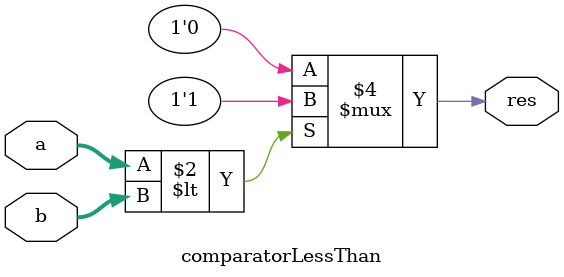
<source format=sv>
module comparatorLessThan #(parameter n = 3) (input wire [n-1:0] a,
														 input wire [n-1:0] b,
														 output reg res);

    always @* begin
      if (a < b) begin
        res = 1;
      end
      else begin
        
		  res = 0;
      end
    end
	 
endmodule
</source>
